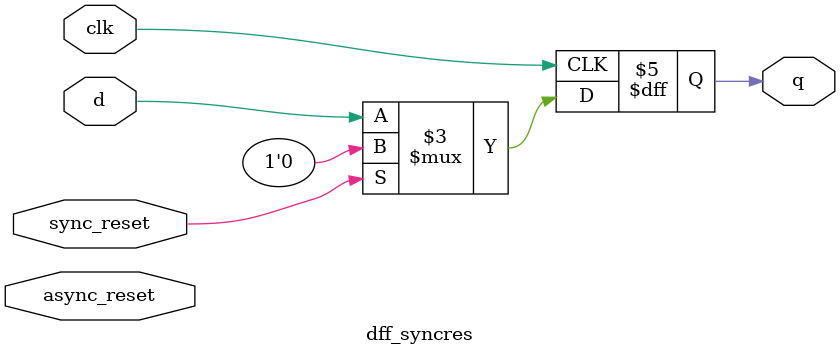
<source format=v>

module dff_syncres ( input clk , input async_reset , input sync_reset , input d , output reg q );
always @ (posedge clk )
begin
	if (sync_reset)
		q <= 1'b0;
	else	
		q <= d;
end
endmodule

</source>
